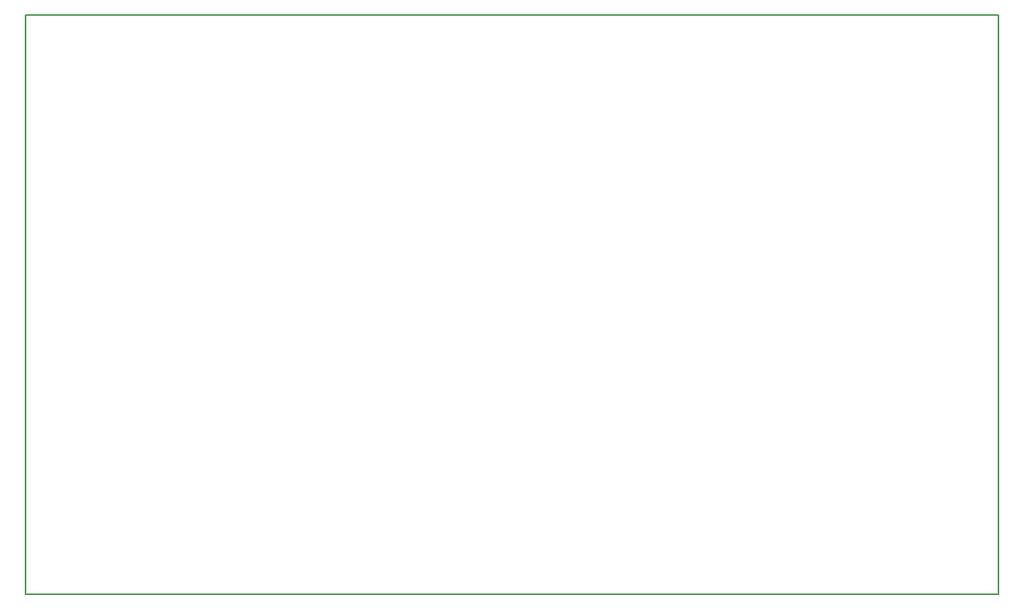
<source format=gm1>
G04 MADE WITH FRITZING*
G04 WWW.FRITZING.ORG*
G04 DOUBLE SIDED*
G04 HOLES PLATED*
G04 CONTOUR ON CENTER OF CONTOUR VECTOR*
%ASAXBY*%
%FSLAX23Y23*%
%MOIN*%
%OFA0B0*%
%SFA1.0B1.0*%
%ADD10R,4.326430X2.582280*%
%ADD11C,0.008000*%
%ADD10C,0.008*%
%LNCONTOUR*%
G90*
G70*
G54D10*
G54D11*
X4Y2578D02*
X4322Y2578D01*
X4322Y4D01*
X4Y4D01*
X4Y2578D01*
D02*
G04 End of contour*
M02*
</source>
